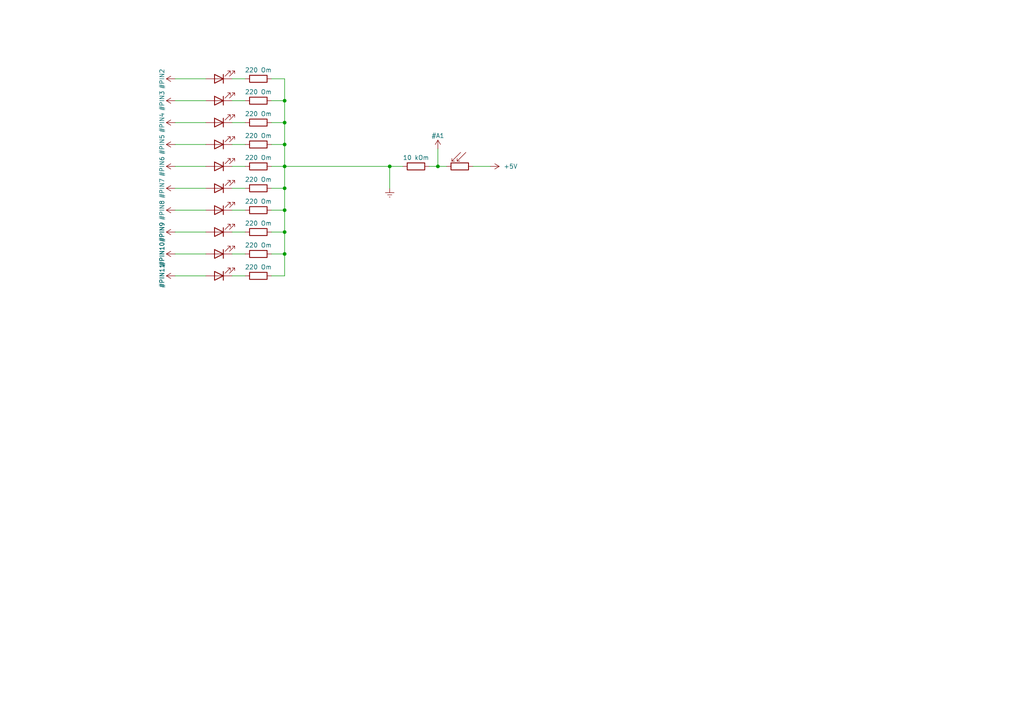
<source format=kicad_sch>
(kicad_sch (version 20211123) (generator eeschema)
  (paper "A4")
  (lib_symbols
    (symbol "Device:LED" (pin_numbers hide) (pin_names (offset 1.016) hide)
      (property "Reference" "D" (at 0 2.54 0))
      (property "Value" "LED" (at 0 -2.54 0))
      (symbol "LED_0_1"
        (polyline (pts (xy -1.27 -1.27) (xy -1.27 1.27)) (stroke (width 0.254)))
        (polyline (pts (xy -1.27 0) (xy 1.27 0)))
        (polyline (pts (xy 1.27 -1.27) (xy 1.27 1.27) (xy -1.27 0) (xy 1.27 -1.27)) (stroke (width 0.254)))
        (polyline (pts (xy -3.048 -0.762) (xy -4.572 -2.286) (xy -3.81 -2.286) (xy -4.572 -2.286) (xy -4.572 -1.524)))
        (polyline (pts (xy -1.778 -0.762) (xy -3.302 -2.286) (xy -2.54 -2.286) (xy -3.302 -2.286) (xy -3.302 -1.524)))
      )
      (symbol "LED_1_1"
        (pin passive line (at -3.81 0 0) (length 2.54) (name "K") (number "1"))
        (pin passive line (at 3.81 0 180) (length 2.54) (name "A") (number "2"))
      )
    )
    (symbol "Device:R" (pin_numbers hide) (pin_names (offset 0))
      (property "Reference" "R" (at 2.032 0 90))
      (property "Value" "R" (at 0 0 90))
      (symbol "R_0_1"
        (rectangle (start -1.016 -2.54) (end 1.016 2.54) (stroke (width 0.254)))
      )
      (symbol "R_1_1"
        (pin passive line (at 0 3.81 270) (length 1.27) (name "~") (number "1"))
        (pin passive line (at 0 -3.81 90) (length 1.27) (name "~") (number "2"))
      )
    )
    (symbol "Device:R_Photo" (pin_numbers hide) (pin_names (offset 0))
      (property "Reference" "R" (at 1.27 1.27 0))
      (property "Value" "R_Photo" (at 1.27 0 0))
      (symbol "R_Photo_0_1"
        (rectangle (start -1.016 2.54) (end 1.016 -2.54) (stroke (width 0.254)))
        (polyline (pts (xy -1.524 -2.286) (xy -4.064 0.254)))
        (polyline (pts (xy -1.524 -2.286) (xy -2.286 -2.286)))
        (polyline (pts (xy -1.524 -2.286) (xy -1.524 -1.524)))
        (polyline (pts (xy -1.524 -0.762) (xy -4.064 1.778)))
        (polyline (pts (xy -1.524 -0.762) (xy -2.286 -0.762)))
        (polyline (pts (xy -1.524 -0.762) (xy -1.524 0)))
      )
      (symbol "R_Photo_1_1"
        (pin passive line (at 0 3.81 270) (length 1.27) (name "~") (number "1"))
        (pin passive line (at 0 -3.81 90) (length 1.27) (name "~") (number "2"))
      )
    )
    (symbol "power:+5V" (power) (pin_names (offset 0))
      (property "Value" "+5V" (at 0 3.556 0))
      (symbol "+5V_0_1"
        (polyline (pts (xy -0.762 1.27) (xy 0 2.54)))
        (polyline (pts (xy 0 0) (xy 0 2.54)))
        (polyline (pts (xy 0 2.54) (xy 0.762 1.27)))
      )
      (symbol "+5V_1_1"
        (pin power_in line (at 0 0 90) (length 0) hide (name "+5V") (number "1"))
      )
    )
    (symbol "power:Earth" (power) (pin_names (offset 0))
      (symbol "Earth_0_1"
        (polyline (pts (xy -0.635 -1.905) (xy 0.635 -1.905)))
        (polyline (pts (xy -0.127 -2.54) (xy 0.127 -2.54)))
        (polyline (pts (xy 0 -1.27) (xy 0 0)))
        (polyline (pts (xy 1.27 -1.27) (xy -1.27 -1.27)))
      )
      (symbol "Earth_1_1"
        (pin power_in line (at 0 0 270) (length 0) hide (name "Earth") (number "1"))
      )
    )
    (symbol "power:VPP" (power) (pin_names (offset 0))
      (property "Value" "VPP" (at 0 3.81 0))
      (symbol "VPP_0_1"
        (polyline (pts (xy -0.762 1.27) (xy 0 2.54)))
        (polyline (pts (xy 0 0) (xy 0 2.54)))
        (polyline (pts (xy 0 2.54) (xy 0.762 1.27)))
      )
      (symbol "VPP_1_1"
        (pin power_in line (at 0 0 90) (length 0) hide (name "VPP") (number "1"))
      )
    )
  )
  (junction (at 82.55 48.26))
  (junction (at 82.55 60.96))
  (junction (at 127 48.26))
  (junction (at 82.55 41.91))
  (junction (at 82.55 35.56))
  (junction (at 82.55 29.21))
  (junction (at 82.55 67.31))
  (junction (at 113.03 48.26))
  (junction (at 82.55 73.66))
  (junction (at 82.55 54.61))
  (wire (pts (xy 67.31 35.56) (xy 71.12 35.56)))
  (wire (pts (xy 82.55 22.86) (xy 82.55 29.21)))
  (wire (pts (xy 67.31 54.61) (xy 71.12 54.61)))
  (wire (pts (xy 78.74 54.61) (xy 82.55 54.61)))
  (wire (pts (xy 82.55 67.31) (xy 82.55 73.66)))
  (wire (pts (xy 113.03 48.26) (xy 116.84 48.26)))
  (wire (pts (xy 67.31 60.96) (xy 71.12 60.96)))
  (wire (pts (xy 78.74 35.56) (xy 82.55 35.56)))
  (wire (pts (xy 82.55 35.56) (xy 82.55 41.91)))
  (wire (pts (xy 78.74 60.96) (xy 82.55 60.96)))
  (wire (pts (xy 78.74 29.21) (xy 82.55 29.21)))
  (wire (pts (xy 82.55 73.66) (xy 82.55 80.01)))
  (wire (pts (xy 82.55 60.96) (xy 82.55 67.31)))
  (wire (pts (xy 82.55 41.91) (xy 82.55 48.26)))
  (wire (pts (xy 137.16 48.26) (xy 142.24 48.26)))
  (wire (pts (xy 50.8 22.86) (xy 59.69 22.86)))
  (wire (pts (xy 67.31 67.31) (xy 71.12 67.31)))
  (wire (pts (xy 78.74 48.26) (xy 82.55 48.26)))
  (wire (pts (xy 113.03 48.26) (xy 113.03 54.61)))
  (wire (pts (xy 67.31 41.91) (xy 71.12 41.91)))
  (wire (pts (xy 50.8 67.31) (xy 59.69 67.31)))
  (wire (pts (xy 78.74 22.86) (xy 82.55 22.86)))
  (wire (pts (xy 50.8 60.96) (xy 59.69 60.96)))
  (wire (pts (xy 67.31 80.01) (xy 71.12 80.01)))
  (wire (pts (xy 50.8 29.21) (xy 59.69 29.21)))
  (wire (pts (xy 82.55 54.61) (xy 82.55 60.96)))
  (wire (pts (xy 124.46 48.26) (xy 127 48.26)))
  (wire (pts (xy 50.8 48.26) (xy 59.69 48.26)))
  (wire (pts (xy 127 43.18) (xy 127 48.26)))
  (wire (pts (xy 50.8 54.61) (xy 59.69 54.61)))
  (wire (pts (xy 82.55 48.26) (xy 113.03 48.26)))
  (wire (pts (xy 50.8 41.91) (xy 59.69 41.91)))
  (wire (pts (xy 82.55 29.21) (xy 82.55 35.56)))
  (wire (pts (xy 78.74 67.31) (xy 82.55 67.31)))
  (wire (pts (xy 78.74 73.66) (xy 82.55 73.66)))
  (wire (pts (xy 50.8 73.66) (xy 59.69 73.66)))
  (wire (pts (xy 78.74 41.91) (xy 82.55 41.91)))
  (wire (pts (xy 50.8 80.01) (xy 59.69 80.01)))
  (wire (pts (xy 50.8 35.56) (xy 59.69 35.56)))
  (wire (pts (xy 67.31 22.86) (xy 71.12 22.86)))
  (wire (pts (xy 78.74 80.01) (xy 82.55 80.01)))
  (wire (pts (xy 82.55 48.26) (xy 82.55 54.61)))
  (wire (pts (xy 67.31 48.26) (xy 71.12 48.26)))
  (wire (pts (xy 127 48.26) (xy 129.54 48.26)))
  (wire (pts (xy 67.31 29.21) (xy 71.12 29.21)))
  (wire (pts (xy 67.31 73.66) (xy 71.12 73.66)))
  (symbol (lib_id "power:VPP") (at 50.8 41.91 90) (unit 1)
    (property "Reference" "PIN5" (at 46.99 41.91 0))
    (property "Value" "VPP" (effects hide))
  )
  (symbol (lib_id "Device:R_Photo") (at 133.35 48.26 270) (unit 1)
    (property "Reference" "R1" (effects hide))
    (property "Value" "R_Photo" (effects hide))
  )
  (symbol (lib_id "power:Earth") (at 113.03 54.61 0) (unit 1)
    (property "Reference" "#PWR?" (effects hide))
    (property "Value" "Earth" (effects hide))
  )
  (symbol (lib_id "power:VPP") (at 50.8 60.96 90) (unit 1)
    (property "Reference" "PIN8" (at 46.99 60.96 0))
    (property "Value" "VPP" (effects hide))
  )
  (symbol (lib_id "power:VPP") (at 50.8 29.21 90) (unit 1)
    (property "Reference" "PIN3" (at 46.99 29.21 0))
    (property "Value" "VPP" (effects hide))
  )
  (symbol (lib_id "Device:LED") (at 63.5 73.66 180) (unit 1)
    (property "Reference" "D?" (effects hide))
    (property "Value" "LED" (effects hide))
  )
  (symbol (lib_id "power:VPP") (at 127 43.18 0) (unit 1)
    (property "Reference" "A1" (at 127 39.37 0))
    (property "Value" "VPP" (effects hide))
  )
  (symbol (lib_id "Device:R") (at 74.93 54.61 90) (unit 1)
    (property "Reference" "R?" (effects hide))
    (property "Value" "220 Om" (at 74.93 52.07 90))
  )
  (symbol (lib_id "Device:R") (at 74.93 60.96 90) (unit 1)
    (property "Reference" "R?" (effects hide))
    (property "Value" "220 Om" (at 74.93 58.42 90))
  )
  (symbol (lib_id "power:VPP") (at 50.8 35.56 90) (unit 1)
    (property "Reference" "PIN4" (at 46.99 35.56 0))
    (property "Value" "VPP" (effects hide))
  )
  (symbol (lib_id "Device:LED") (at 63.5 22.86 180) (unit 1)
    (property "Reference" "D?" (effects hide))
    (property "Value" "LED" (effects hide))
  )
  (symbol (lib_id "Device:LED") (at 63.5 80.01 180) (unit 1)
    (property "Reference" "D?" (effects hide))
    (property "Value" "LED" (effects hide))
  )
  (symbol (lib_id "Device:LED") (at 63.5 35.56 180) (unit 1)
    (property "Reference" "D?" (effects hide))
    (property "Value" "LED" (effects hide))
  )
  (symbol (lib_id "power:VPP") (at 50.8 67.31 90) (unit 1)
    (property "Reference" "PIN9" (at 46.99 67.31 0))
    (property "Value" "VPP" (effects hide))
  )
  (symbol (lib_id "power:VPP") (at 50.8 22.86 90) (unit 1)
    (property "Reference" "PIN2" (at 46.99 22.86 0))
    (property "Value" "VPP" (effects hide))
  )
  (symbol (lib_id "Device:LED") (at 63.5 41.91 180) (unit 1)
    (property "Reference" "D?" (effects hide))
    (property "Value" "LED" (effects hide))
  )
  (symbol (lib_id "Device:LED") (at 63.5 67.31 180) (unit 1)
    (property "Reference" "D?" (effects hide))
    (property "Value" "LED" (effects hide))
  )
  (symbol (lib_id "power:VPP") (at 50.8 48.26 90) (unit 1)
    (property "Reference" "PIN6" (at 46.99 48.26 0))
    (property "Value" "VPP" (effects hide))
  )
  (symbol (lib_id "Device:R") (at 74.93 29.21 90) (unit 1)
    (property "Reference" "R?" (effects hide))
    (property "Value" "220 Om" (at 74.93 26.67 90))
  )
  (symbol (lib_id "Device:LED") (at 63.5 60.96 180) (unit 1)
    (property "Reference" "D?" (effects hide))
    (property "Value" "LED" (effects hide))
  )
  (symbol (lib_id "Device:R") (at 74.93 73.66 90) (unit 1)
    (property "Reference" "R?" (effects hide))
    (property "Value" "220 Om" (at 74.93 71.12 90))
  )
  (symbol (lib_id "Device:R") (at 74.93 41.91 90) (unit 1)
    (property "Reference" "R?" (effects hide))
    (property "Value" "220 Om" (at 74.93 39.37 90))
  )
  (symbol (lib_id "Device:R") (at 74.93 22.86 90) (unit 1)
    (property "Reference" "R" (effects hide))
    (property "Value" "220 Om" (at 74.93 20.32 90))
  )
  (symbol (lib_id "Device:LED") (at 63.5 48.26 180) (unit 1)
    (property "Reference" "D?" (effects hide))
    (property "Value" "LED" (effects hide))
  )
  (symbol (lib_id "Device:LED") (at 63.5 29.21 180) (unit 1)
    (property "Reference" "D?" (effects hide))
    (property "Value" "LED" (effects hide))
  )
  (symbol (lib_id "Device:R") (at 74.93 80.01 90) (unit 1)
    (property "Reference" "R?" (effects hide))
    (property "Value" "220 Om" (at 74.93 77.47 90))
  )
  (symbol (lib_id "power:VPP") (at 50.8 54.61 90) (unit 1)
    (property "Reference" "PIN7" (at 46.99 54.61 0))
    (property "Value" "VPP" (effects hide))
  )
  (symbol (lib_id "power:VPP") (at 50.8 80.01 90) (unit 1)
    (property "Reference" "PIN11" (at 46.99 80.01 0))
    (property "Value" "VPP" (effects hide))
  )
  (symbol (lib_id "power:VPP") (at 50.8 73.66 90) (unit 1)
    (property "Reference" "PIN10" (at 46.99 73.66 0))
    (property "Value" "VPP" (effects hide))
  )
  (symbol (lib_id "Device:LED") (at 63.5 54.61 180) (unit 1)
    (property "Reference" "D?" (effects hide))
    (property "Value" "LED" (effects hide))
  )
  (symbol (lib_id "power:+5V") (at 142.24 48.26 270) (unit 1)
    (property "Reference" "#PWR?" (effects hide))
    (property "Value" "+5V" (at 146.05 48.2599 90) (effects (justify left)))
  )
  (symbol (lib_id "Device:R") (at 74.93 35.56 90) (unit 1)
    (property "Reference" "R?" (effects hide))
    (property "Value" "220 Om" (at 74.93 33.02 90))
  )
  (symbol (lib_id "Device:R") (at 74.93 48.26 90) (unit 1)
    (property "Reference" "R?" (effects hide))
    (property "Value" "220 Om" (at 74.93 45.72 90))
  )
  (symbol (lib_id "Device:R") (at 120.65 48.26 90) (unit 1)
    (property "Reference" "R?" (effects hide))
    (property "Value" "10 kOm" (at 120.65 45.72 90))
  )
  (symbol (lib_id "Device:R") (at 74.93 67.31 90) (unit 1)
    (property "Reference" "R?" (effects hide))
    (property "Value" "220 Om" (at 74.93 64.77 90))
  )
)
</source>
